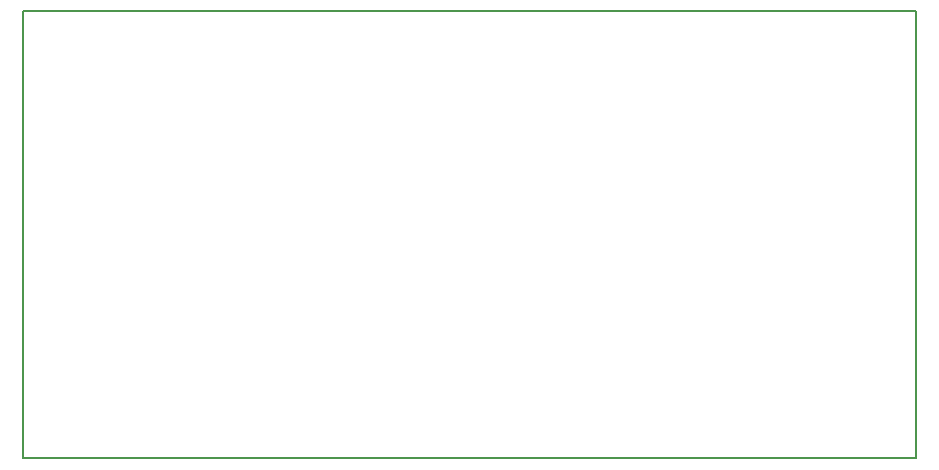
<source format=gbr>
G04 #@! TF.FileFunction,Profile,NP*
%FSLAX46Y46*%
G04 Gerber Fmt 4.6, Leading zero omitted, Abs format (unit mm)*
G04 Created by KiCad (PCBNEW 4.0.6) date 09/03/17 13:59:48*
%MOMM*%
%LPD*%
G01*
G04 APERTURE LIST*
%ADD10C,0.100000*%
%ADD11C,0.150000*%
G04 APERTURE END LIST*
D10*
D11*
X25400000Y-25400000D02*
X25400000Y-63200000D01*
X25400000Y-63200000D02*
X101000000Y-63200000D01*
X101000000Y-25400000D02*
X101000000Y-63200000D01*
X25400000Y-25400000D02*
X101000000Y-25400000D01*
M02*

</source>
